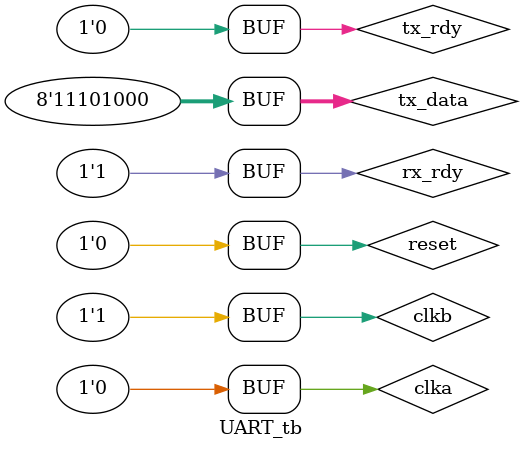
<source format=v>


module UART_tb();

reg clka, clkb, reset;
reg [7:0] tx_data;
reg tx_rdy, rx_rdy;
wire match;
wire [7:0] tx_out, rx_out, rxrxout;
wire [3:0] tstate, tcount, rstate, rcount;
wire tx_error, tx_busy, tx_done, tx_idle, rx_error, rx_busy, rx_done, rx_idle;

UART main(.clka(clka), .clkb(clkb), .reset(reset), .tx_data(tx_data), .tx_rdy(tx_rdy), .rx_rdy(rx_rdy), .tx_busy(tx_busy), 
	.tx_out(tx_out), .tx_done(tx_done), .tcount(tcount), .tstate(tstate), .tx_error(tx_error), .tx_idle(tx_idle),
	.rx_busy(rx_busy), .rx_out(rx_out), .rx_done(rx_done), .rcount(rcount), .rstate(rstate), .rx_error(rx_error), .rx_idle(rx_idle), .rxrxout(rxrxout), .match(match));

initial
begin

// Cycle 1
reset = 1;
tx_data = 8'b00000000;
tx_rdy = 0;
rx_rdy = 0;
clka = 0;
clkb = 0;
#1;
clka = 1;
clkb = 0;
#1;
clka = 0;
clkb = 0;
#1;
clka = 0;
clkb = 1;
#1;

// Cycle 2
reset = 1;
tx_data = 8'b00000000;
tx_rdy = 0;
rx_rdy = 0;
clka = 0;
clkb = 0;
#1;
clka = 1;
clkb = 0;
#1;
clka = 0;
clkb = 0;
#1;
clka = 0;
clkb = 1;
#1;

// Cycle 3
reset = 0;
tx_data = 8'b11101000;
tx_rdy = 0;
rx_rdy = 0;
clka = 0;
clkb = 0;
#1;
clka = 1;
clkb = 0;
#1;
clka = 0;
clkb = 0;
#1;
clka = 0;
clkb = 1;
#1;

// Cycle 4
reset = 0;
tx_data = 8'b11101000;
tx_rdy = 1;
rx_rdy = 0;
clka = 0;
clkb = 0;
#1;
clka = 1;
clkb = 0;
#1;
clka = 0;
clkb = 0;
#1;
clka = 0;
clkb = 1;
#1;

// Cycle 5
reset = 0;
tx_data = 8'b11101000;
tx_rdy = 1;
rx_rdy = 0;
clka = 0;
clkb = 0;
#1;
clka = 1;
clkb = 0;
#1;
clka = 0;
clkb = 0;
#1;
clka = 0;
clkb = 1;
#1;


// Cycle 6
reset = 0;
tx_data = 8'b11101000;
tx_rdy = 1;
rx_rdy = 0;
clka = 0;
clkb = 0;
#1;
clka = 1;
clkb = 0;
#1;
clka = 0;
clkb = 0;
#1;
clka = 0;
clkb = 1;
#1;


// Cycle 7
reset = 0;
tx_data = 8'b11101000;
tx_rdy = 1;
rx_rdy = 0;
clka = 0;
clkb = 0;
#1;
clka = 1;
clkb = 0;
#1;
clka = 0;
clkb = 0;
#1;
clka = 0;
clkb = 1;
#1;

// Cycle 8
reset = 0;
tx_data = 8'b11101000;
tx_rdy = 1;
rx_rdy = 0;
clka = 0;
clkb = 0;
#1;
clka = 1;
clkb = 0;
#1;
clka = 0;
clkb = 0;
#1;
clka = 0;
clkb = 1;
#1;

// Cycle 9
reset = 0;
tx_data = 8'b11101000;
tx_rdy = 1;
rx_rdy = 0;
clka = 0;
clkb = 0;
#1;
clka = 1;
clkb = 0;
#1;
clka = 0;
clkb = 0;
#1;
clka = 0;
clkb = 1;
#1;

// Cycle 10
reset = 0;
tx_data = 8'b11101000;
tx_rdy = 1;
rx_rdy = 0;
clka = 0;
clkb = 0;
#1;
clka = 1;
clkb = 0;
#1;
clka = 0;
clkb = 0;
#1;
clka = 0;
clkb = 1;
#1;

// Cycle 11
reset = 0;
tx_data = 8'b11101000;
tx_rdy = 1;
rx_rdy = 0;
clka = 0;
clkb = 0;
#1;
clka = 1;
clkb = 0;
#1;
clka = 0;
clkb = 0;
#1;
clka = 0;
clkb = 1;
#1;

// Cycle 12
reset = 0;
tx_data = 8'b11101000;
tx_rdy = 0;
rx_rdy = 1;
clka = 0;
clkb = 0;
#1;
clka = 1;
clkb = 0;
#1;
clka = 0;
clkb = 0;
#1;
clka = 0;
clkb = 1;
#1;

// Cycle 13
reset = 0;
tx_data = 8'b11101000;
tx_rdy = 0;
rx_rdy = 1;
clka = 0;
clkb = 0;
#1;
clka = 1;
clkb = 0;
#1;
clka = 0;
clkb = 0;
#1;
clka = 0;
clkb = 1;
#1;

// Cycle 14
reset = 0;
tx_data = 8'b11101000;
tx_rdy = 0;
rx_rdy = 1;
clka = 0;
clkb = 0;
#1;
clka = 1;
clkb = 0;
#1;
clka = 0;
clkb = 0;
#1;
clka = 0;
clkb = 1;
#1;


// Cycle 15
reset = 0;
tx_data = 8'b11101000;
tx_rdy = 0;
rx_rdy = 1;
clka = 0;
clkb = 0;
#1;
clka = 1;
clkb = 0;
#1;
clka = 0;
clkb = 0;
#1;
clka = 0;
clkb = 1;
#1;


// Cycle 16
reset = 0;
tx_data = 8'b11101000;
tx_rdy = 0;
rx_rdy = 1;
clka = 0;
clkb = 0;
#1;
clka = 1;
clkb = 0;
#1;
clka = 0;
clkb = 0;
#1;
clka = 0;
clkb = 1;
#1;

// Cycle 17
reset = 0;
tx_data = 8'b11101000;
tx_rdy = 0;
rx_rdy = 1;
clka = 0;
clkb = 0;
#1;
clka = 1;
clkb = 0;
#1;
clka = 0;
clkb = 0;
#1;
clka = 0;
clkb = 1;
#1;

// Cycle 18
reset = 0;
tx_data = 8'b11101000;
tx_rdy = 0;
rx_rdy = 1;
clka = 0;
clkb = 0;
#1;
clka = 1;
clkb = 0;
#1;
clka = 0;
clkb = 0;
#1;
clka = 0;
clkb = 1;
#1;

// Cycle 19
reset = 0;
tx_data = 8'b11101000;
tx_rdy = 0;
rx_rdy = 1;
clka = 0;
clkb = 0;
#1;
clka = 1;
clkb = 0;
#1;
clka = 0;
clkb = 0;
#1;
clka = 0;
clkb = 1;
#1;

// Cycle 20
reset = 0;
tx_data = 8'b11101000;
tx_rdy = 0;
rx_rdy = 1;
clka = 0;
clkb = 0;
#1;
clka = 1;
clkb = 0;
#1;
clka = 0;
clkb = 0;
#1;
clka = 0;
clkb = 1;
#1;

// Cycle 21
reset = 0;
tx_data = 8'b11101000;
tx_rdy = 0;
rx_rdy = 1;
clka = 0;
clkb = 0;
#1;
clka = 1;
clkb = 0;
#1;
clka = 0;
clkb = 0;
#1;
clka = 0;
clkb = 1;
#1;

end
endmodule

</source>
